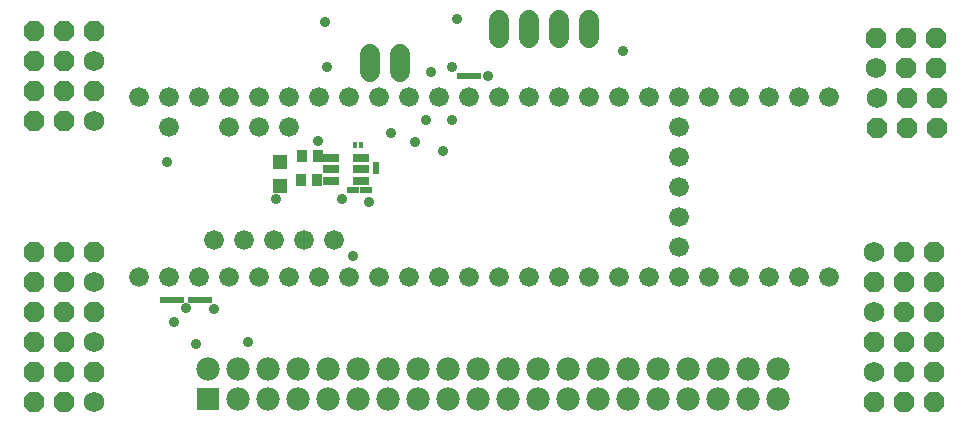
<source format=gts>
G75*
%MOIN*%
%OFA0B0*%
%FSLAX25Y25*%
%IPPOS*%
%LPD*%
%AMOC8*
5,1,8,0,0,1.08239X$1,22.5*
%
%ADD10R,0.07800X0.07800*%
%ADD11C,0.07800*%
%ADD12C,0.06600*%
%ADD13R,0.01902X0.02493*%
%ADD14C,0.06800*%
%ADD15OC8,0.06800*%
%ADD16R,0.05721X0.03162*%
%ADD17R,0.03556X0.04343*%
%ADD18R,0.01784X0.02178*%
%ADD19R,0.02493X0.01902*%
%ADD20R,0.04737X0.04737*%
%ADD21C,0.06737*%
%ADD22C,0.06800*%
%ADD23C,0.03581*%
D10*
X0069619Y0104331D03*
D11*
X0079619Y0104331D03*
X0089619Y0104331D03*
X0099619Y0104331D03*
X0109619Y0104331D03*
X0119619Y0104331D03*
X0129619Y0104331D03*
X0139619Y0104331D03*
X0149619Y0104331D03*
X0159619Y0104331D03*
X0169619Y0104331D03*
X0179619Y0104331D03*
X0189619Y0104331D03*
X0199619Y0104331D03*
X0209619Y0104331D03*
X0219619Y0104331D03*
X0219619Y0114331D03*
X0209619Y0114331D03*
X0199619Y0114331D03*
X0189619Y0114331D03*
X0179619Y0114331D03*
X0169619Y0114331D03*
X0159619Y0114331D03*
X0149619Y0114331D03*
X0139619Y0114331D03*
X0129619Y0114331D03*
X0119619Y0114331D03*
X0109619Y0114331D03*
X0099619Y0114331D03*
X0089619Y0114331D03*
X0079619Y0114331D03*
X0069619Y0114331D03*
X0229619Y0114331D03*
X0239619Y0114331D03*
X0249619Y0114331D03*
X0259619Y0114331D03*
X0259619Y0104331D03*
X0249619Y0104331D03*
X0239619Y0104331D03*
X0229619Y0104331D03*
D12*
X0226667Y0145000D03*
X0236667Y0145000D03*
X0246667Y0145000D03*
X0256667Y0145000D03*
X0266667Y0145000D03*
X0276667Y0145000D03*
X0226667Y0155000D03*
X0226667Y0165000D03*
X0226667Y0175000D03*
X0226667Y0185000D03*
X0226667Y0195000D03*
X0226667Y0205000D03*
X0236667Y0205000D03*
X0246667Y0205000D03*
X0256667Y0205000D03*
X0266667Y0205000D03*
X0276667Y0205000D03*
X0216667Y0205000D03*
X0206667Y0205000D03*
X0196667Y0205000D03*
X0186667Y0205000D03*
X0176667Y0205000D03*
X0166667Y0205000D03*
X0156667Y0205000D03*
X0146667Y0205000D03*
X0136667Y0205000D03*
X0126667Y0205000D03*
X0116667Y0205000D03*
X0106667Y0205000D03*
X0096667Y0205000D03*
X0086667Y0205000D03*
X0076667Y0205000D03*
X0066667Y0205000D03*
X0056667Y0205000D03*
X0046667Y0205000D03*
X0056667Y0195000D03*
X0076667Y0195000D03*
X0086667Y0195000D03*
X0096667Y0195000D03*
X0101667Y0157500D03*
X0091667Y0157500D03*
X0081667Y0157500D03*
X0071667Y0157500D03*
X0076667Y0145000D03*
X0086667Y0145000D03*
X0096667Y0145000D03*
X0106667Y0145000D03*
X0116667Y0145000D03*
X0126667Y0145000D03*
X0136667Y0145000D03*
X0146667Y0145000D03*
X0156667Y0145000D03*
X0166667Y0145000D03*
X0176667Y0145000D03*
X0186667Y0145000D03*
X0196667Y0145000D03*
X0206667Y0145000D03*
X0216667Y0145000D03*
X0111667Y0157500D03*
X0066667Y0145000D03*
X0056667Y0145000D03*
X0046667Y0145000D03*
D13*
X0054663Y0137400D03*
X0056671Y0137400D03*
X0058563Y0137500D03*
X0060571Y0137500D03*
X0063863Y0137400D03*
X0065871Y0137400D03*
X0068063Y0137400D03*
X0070071Y0137400D03*
X0117063Y0174000D03*
X0119071Y0174000D03*
X0121263Y0174000D03*
X0123271Y0174000D03*
X0153663Y0212000D03*
X0155671Y0212000D03*
X0157663Y0212000D03*
X0159671Y0212000D03*
D14*
X0031767Y0217000D03*
X0031767Y0197000D03*
X0031667Y0143500D03*
X0031667Y0123500D03*
X0031667Y0103500D03*
X0291667Y0113500D03*
X0291667Y0133500D03*
X0291667Y0153600D03*
X0292567Y0204700D03*
X0292367Y0214700D03*
D15*
X0011667Y0103500D03*
X0021667Y0103500D03*
X0021667Y0113500D03*
X0031667Y0113500D03*
X0021667Y0123500D03*
X0011667Y0123500D03*
X0011667Y0113500D03*
X0011667Y0133500D03*
X0021667Y0133500D03*
X0031667Y0133500D03*
X0021667Y0143500D03*
X0011667Y0143500D03*
X0011667Y0153500D03*
X0021667Y0153500D03*
X0031667Y0153500D03*
X0021767Y0197000D03*
X0011767Y0197000D03*
X0011767Y0207000D03*
X0021767Y0207000D03*
X0031767Y0207000D03*
X0021767Y0217000D03*
X0011767Y0217000D03*
X0011767Y0227000D03*
X0021767Y0227000D03*
X0031767Y0227000D03*
X0291667Y0143600D03*
X0301667Y0143600D03*
X0311667Y0143600D03*
X0311667Y0153600D03*
X0301667Y0153600D03*
X0301667Y0133500D03*
X0311667Y0133500D03*
X0311667Y0123500D03*
X0311667Y0113500D03*
X0311667Y0103500D03*
X0301667Y0103500D03*
X0291667Y0103500D03*
X0301667Y0113500D03*
X0301667Y0123500D03*
X0291667Y0123500D03*
X0292567Y0194700D03*
X0302567Y0194700D03*
X0312567Y0194700D03*
X0312567Y0204700D03*
X0302567Y0204700D03*
X0302367Y0214700D03*
X0312367Y0214700D03*
X0312367Y0224700D03*
X0302367Y0224700D03*
X0292367Y0224700D03*
D16*
X0120588Y0184740D03*
X0120588Y0181000D03*
X0120588Y0177260D03*
X0110745Y0177260D03*
X0110745Y0181000D03*
X0110745Y0184740D03*
D17*
X0106126Y0185300D03*
X0101008Y0185300D03*
X0100708Y0177300D03*
X0105826Y0177300D03*
D18*
X0118682Y0189000D03*
X0120651Y0189000D03*
D19*
X0125667Y0182604D03*
X0125667Y0180596D03*
D20*
X0093667Y0183437D03*
X0093667Y0175563D03*
D21*
X0123667Y0213531D02*
X0123667Y0219469D01*
X0133667Y0219469D02*
X0133667Y0213531D01*
D22*
X0166767Y0224900D02*
X0166767Y0230900D01*
X0176767Y0230900D02*
X0176767Y0224900D01*
X0186767Y0224900D02*
X0186767Y0230900D01*
X0196767Y0230900D02*
X0196767Y0224900D01*
D23*
X0207967Y0220500D03*
X0162867Y0212100D03*
X0150967Y0215200D03*
X0144067Y0213500D03*
X0142167Y0197400D03*
X0138567Y0190100D03*
X0130767Y0193100D03*
X0147867Y0187100D03*
X0150867Y0197500D03*
X0123367Y0170000D03*
X0114263Y0171200D03*
X0092167Y0171200D03*
X0106267Y0190300D03*
X0109167Y0215200D03*
X0108667Y0230200D03*
X0152767Y0231000D03*
X0056067Y0183400D03*
X0118067Y0152200D03*
X0082867Y0123500D03*
X0071767Y0134500D03*
X0062167Y0134700D03*
X0058267Y0130100D03*
X0065667Y0122700D03*
M02*

</source>
